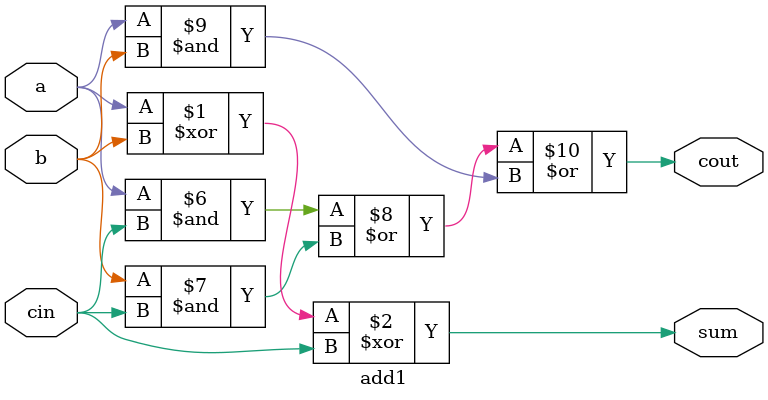
<source format=v>
 module top_module(
    input [31:0] a,
    input [31:0] b,
    output [31:0] sum
    );
    wire c16,cout;

    add16 m_add16_1(a[15:0],b[15:0],0,sum[15:0],c16);
    add16 m_add16_2(a[31:16],b[31:16],c16,sum[31:16],cout);
endmodule
	


//module add16 ( input[15:0] a, input[15:0] b, input cin, output[15:0] sum, output cout );



module add1 ( 
    input a, 
    input b, 
    input cin,   
    output sum, 
    output cout 
	);
	assign sum = a ^ b ^ cin;
	assign cout =  (cin==1)|(cin==0)?(a & cin) | (b & cin)| (a & b):1'bx;
	
endmodule

</source>
